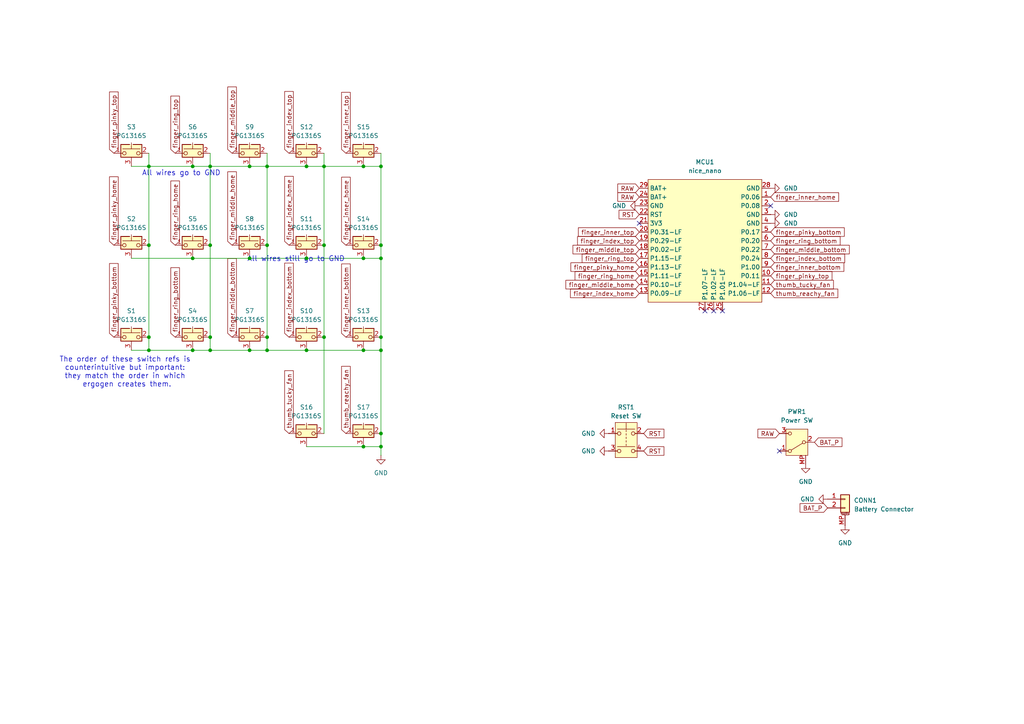
<source format=kicad_sch>
(kicad_sch (version 20250114) (generator "eeschema") (generator_version "9.0")
  (paper "A4")
  (lib_symbols
    (symbol "Connector_Generic_MountingPin:Conn_01x02_MountingPin" (pin_names (offset 1.016) (hide yes))
      (property "Reference" "J" (at 0 2.54 0))
      (property "Value" "Conn_01x02_MountingPin" (at 1.27 -5.08 0))
      (symbol "Conn_01x02_MountingPin_1_1"
        (rectangle (start -1.27 1.27) (end 1.27 -3.81) (stroke (width 0.254)) (fill (type background)))
        (rectangle (start -1.27 0.127) (end 0 -0.127) (stroke (width 0.1524)))
        (rectangle (start -1.27 -2.413) (end 0 -2.667) (stroke (width 0.1524)))
        (polyline (pts (xy -1.016 -4.572) (xy 1.016 -4.572)) (stroke (width 0.1524)))
        (text "Mounting" (at 0 -4.191 0) (effects (font (size 0.381 0.381))))
        (pin passive line (at -5.08 0 0) (length 3.81) (name "Pin_1") (number "1"))
        (pin passive line (at -5.08 -2.54 0) (length 3.81) (name "Pin_2") (number "2"))
        (pin passive line (at 0 -7.62 90) (length 3.048) (name "MountPin") (number "MP"))
      )
    )
    (symbol "Switch:SW_Push_Dual" (pin_names (offset 1.016) (hide yes))
      (property "Reference" "SW" (at 0 7.62 0))
      (property "Value" "SW_Push_Dual" (at 0 -6.35 0))
      (symbol "SW_Push_Dual_0_1"
        (circle (center -2.032 2.54) (radius 0.508))
        (circle (center -2.032 -2.54) (radius 0.508))
        (polyline (pts (xy 0 3.81) (xy 0 5.588)))
        (polyline (pts (xy 0 3.048) (xy 0 3.556)))
        (polyline (pts (xy 0 2.032) (xy 0 2.54)))
        (polyline (pts (xy 0 1.016) (xy 0 1.524)))
        (polyline (pts (xy 0 0.508) (xy 0 0)))
        (polyline (pts (xy 0 -0.508) (xy 0 -1.016)))
        (circle (center 2.032 2.54) (radius 0.508))
        (circle (center 2.032 -2.54) (radius 0.508))
        (polyline (pts (xy 2.54 3.81) (xy -2.54 3.81)))
        (polyline (pts (xy 2.54 -1.27) (xy -2.54 -1.27)))
        (pin passive line (at -5.08 2.54 0) (length 2.54) (name "1") (number "1"))
        (pin passive line (at -5.08 -2.54 0) (length 2.54) (name "3") (number "3"))
        (pin passive line (at 5.08 2.54 180) (length 2.54) (name "2") (number "2"))
        (pin passive line (at 5.08 -2.54 180) (length 2.54) (name "4") (number "4"))
      )
      (symbol "SW_Push_Dual_1_1"
        (rectangle (start -3.175 5.715) (end 3.175 -4.445) (fill (type background)))
      )
    )
    (symbol "Switch:SW_SPDT" (pin_names (offset 0) (hide yes))
      (property "Reference" "PWR1" (at 0 -8.89 0))
      (property "Value" "Power SW" (at 0 -6.35 0))
      (symbol "SW_SPDT_0_1"
        (circle (center -2.032 0) (radius 0.4572))
        (polyline (pts (xy -1.651 0.254) (xy 1.651 2.286)))
        (circle (center 2.032 2.54) (radius 0.4572))
        (circle (center 2.032 -2.54) (radius 0.4572))
      )
      (symbol "SW_SPDT_1_1"
        (rectangle (start -3.175 3.81) (end 3.175 -3.81) (fill (type background)))
        (pin passive line (at -5.08 0 0) (length 2.54) (name "B") (number "2"))
        (pin passive line (at -2.54 6.35 270) (length 2.54) (name "MP") (number "MP"))
        (pin passive line (at 5.08 2.54 180) (length 2.54) (name "A") (number "1"))
        (pin passive line (at 5.08 -2.54 180) (length 2.54) (name "C") (number "3"))
      )
    )
    (symbol "huntercooh:PG1316S" (pin_names (offset 1.016) (hide yes))
      (property "Reference" "S1" (at 0 7.62 0))
      (property "Value" "PG1316S" (at 0 5.08 0))
      (symbol "PG1316S_0_1"
        (circle (center -2.032 0) (radius 0.508))
        (polyline (pts (xy 0 1.27) (xy 0 3.048)))
        (polyline (pts (xy 0.508 2.54) (xy 3.048 2.54) (xy 3.048 -1.143) (xy -3.048 -1.143) (xy -3.048 2.54) (xy -0.508 2.54)) (stroke (width -0.0254)))
        (polyline (pts (xy 0.508 2.54) (xy 3.048 2.54) (xy 3.048 -1.143) (xy -3.048 -1.143) (xy -3.048 2.54) (xy -0.508 2.54)) (stroke (width 0.254)))
        (circle (center 2.032 0) (radius 0.508))
        (polyline (pts (xy 2.54 1.27) (xy -2.54 1.27)))
        (pin passive line (at -5.08 0 0) (length 2.54) (name "1") (number "1"))
        (pin passive line (at 5.08 0 180) (length 2.54) (name "2") (number "2"))
      )
      (symbol "PG1316S_1_1"
        (rectangle (start -3.048 2.54) (end 3.048 -1.27) (stroke (width -0.0254)) (fill (type background)))
        (pin passive line (at 0 -3.81 90) (length 2.54) (name "B") (number "3"))
      )
    )
    (symbol "huntercooh:nice_nano_raw21" (in_bom no)
      (property "Reference" "U" (at 0 22.86 0))
      (property "Value" "nice_nano_raw21" (at 0 20.32 0))
      (symbol "nice_nano_raw21_0_0"
        (pin bidirectional line (at -19.05 13.97 0) (length 2.54) (name "P0.06") (number "1"))
        (pin bidirectional line (at -19.05 11.43 0) (length 2.54) (name "P0.08") (number "2"))
        (pin power_out line (at -19.05 8.89 0) (length 2.54) (name "GND") (number "3"))
        (pin power_out line (at -19.05 6.35 0) (length 2.54) (name "GND") (number "4"))
        (pin bidirectional line (at -19.05 3.81 0) (length 2.54) (name "P0.17") (number "5"))
        (pin bidirectional line (at -19.05 1.27 0) (length 2.54) (name "P0.20") (number "6"))
        (pin bidirectional line (at -19.05 -1.27 0) (length 2.54) (name "P0.22") (number "7"))
        (pin bidirectional line (at -19.05 -3.81 0) (length 2.54) (name "P0.24") (number "8"))
        (pin bidirectional line (at -19.05 -6.35 0) (length 2.54) (name "P1.00") (number "9"))
        (pin bidirectional line (at -19.05 -8.89 0) (length 2.54) (name "P0.11") (number "10"))
        (pin bidirectional line (at -19.05 -11.43 0) (length 2.54) (name "P1.04-LF") (number "11"))
        (pin bidirectional line (at -19.05 -13.97 0) (length 2.54) (name "P1.06-LF") (number "12"))
      )
      (symbol "nice_nano_raw21_1_0"
        (pin power_out line (at -19.05 16.51 0) (length 2.54) (name "GND") (number "28"))
        (pin bidirectional line (at -5.08 -19.05 90) (length 2.54) (name "P1.01-LF") (number "25"))
        (pin bidirectional line (at -2.54 -19.05 90) (length 2.54) (name "P1.02-LF") (number "26"))
        (pin bidirectional line (at 0 -19.05 90) (length 2.54) (name "P1.07-LF") (number "27"))
        (pin power_out line (at 19.05 16.51 180) (length 2.54) (name "BAT+") (number "29"))
        (pin power_out line (at 19.05 13.97 180) (length 2.54) (name "BAT+") (number "24"))
        (pin power_out line (at 19.05 11.43 180) (length 2.54) (name "GND") (number "23"))
        (pin bidirectional line (at 19.05 8.89 180) (length 2.54) (name "RST") (number "22"))
        (pin power_out line (at 19.05 6.35 180) (length 2.54) (name "3V3") (number "21"))
        (pin bidirectional line (at 19.05 3.81 180) (length 2.54) (name "P0.31-LF") (number "20"))
        (pin bidirectional line (at 19.05 1.27 180) (length 2.54) (name "P0.29-LF") (number "19"))
        (pin bidirectional line (at 19.05 -1.27 180) (length 2.54) (name "P0.02-LF") (number "18"))
        (pin bidirectional line (at 19.05 -3.81 180) (length 2.54) (name "P1.15-LF") (number "17"))
        (pin bidirectional line (at 19.05 -6.35 180) (length 2.54) (name "P1.13-LF") (number "16"))
        (pin bidirectional line (at 19.05 -8.89 180) (length 2.54) (name "P1.11-LF") (number "15"))
        (pin bidirectional line (at 19.05 -11.43 180) (length 2.54) (name "P0.10-LF") (number "14"))
        (pin bidirectional line (at 19.05 -13.97 180) (length 2.54) (name "P0.09-LF") (number "13"))
      )
      (symbol "nice_nano_raw21_1_1"
        (rectangle (start -16.51 19.05) (end 16.51 -16.51) (fill (type background)))
      )
    )
    (symbol "power:GND" (power) (pin_numbers (hide yes)) (pin_names (offset 0) (hide yes))
      (property "Value" "GND" (at 0 -3.81 0))
      (symbol "GND_0_1"
        (polyline (pts (xy 0 0) (xy 0 -1.27) (xy 1.27 -1.27) (xy 0 -2.54) (xy -1.27 -1.27) (xy 0 -1.27)))
      )
      (symbol "GND_1_1"
        (pin power_in line (at 0 0 270) (length 0) (name "~") (number "1"))
      )
    )
  )
  (text "The order of these switch refs is \ncounterintuitive but important: \nthey match the order in which \nergogen creates them." (at 36.83 107.95 0) (effects (font (size 1.5 1.5))))
  (text "All wires go to GND" (at 52.578 50.292 0) (effects (font (size 1.5 1.5))))
  (text "All wires still go to GND" (at 85.852 75.184 0) (effects (font (size 1.5 1.5))))
  (junction (at 110.49 125.73))
  (junction (at 88.9 101.6))
  (junction (at 110.49 97.79))
  (junction (at 110.49 74.93))
  (junction (at 88.9 48.26))
  (junction (at 110.49 101.6))
  (junction (at 60.96 48.26))
  (junction (at 55.88 74.93))
  (junction (at 77.47 48.26))
  (junction (at 60.96 71.12))
  (junction (at 72.39 101.6))
  (junction (at 43.18 48.26))
  (junction (at 110.49 71.12))
  (junction (at 110.49 48.26))
  (junction (at 77.47 71.12))
  (junction (at 88.9 74.93))
  (junction (at 72.39 74.93))
  (junction (at 60.96 97.79))
  (junction (at 105.41 74.93))
  (junction (at 110.49 129.54))
  (junction (at 72.39 48.26))
  (junction (at 77.47 101.6))
  (junction (at 43.18 71.12))
  (junction (at 105.41 129.54))
  (junction (at 55.88 101.6))
  (junction (at 93.98 71.12))
  (junction (at 55.88 48.26))
  (junction (at 93.98 97.79))
  (junction (at 93.98 48.26))
  (junction (at 43.18 101.6))
  (junction (at 77.47 97.79))
  (junction (at 43.18 97.79))
  (junction (at 105.41 101.6))
  (junction (at 105.41 48.26))
  (junction (at 60.96 101.6))
  (no_connect (at 207.01 90.17))
  (no_connect (at 185.42 64.77))
  (no_connect (at 226.06 130.81))
  (no_connect (at 223.52 59.69))
  (no_connect (at 209.55 90.17))
  (no_connect (at 204.47 90.17))
  (wire (pts (xy 105.41 129.54) (xy 110.49 129.54)))
  (wire (pts (xy 60.96 71.12) (xy 60.96 97.79)))
  (wire (pts (xy 38.1 48.26) (xy 43.18 48.26)))
  (wire (pts (xy 38.1 74.93) (xy 55.88 74.93)))
  (wire (pts (xy 77.47 48.26) (xy 77.47 71.12)))
  (wire (pts (xy 110.49 48.26) (xy 110.49 71.12)))
  (wire (pts (xy 72.39 74.93) (xy 88.9 74.93)))
  (wire (pts (xy 77.47 48.26) (xy 77.47 44.45)))
  (wire (pts (xy 43.18 48.26) (xy 55.88 48.26)))
  (wire (pts (xy 43.18 97.79) (xy 43.18 101.6)))
  (wire (pts (xy 38.1 101.6) (xy 43.18 101.6)))
  (wire (pts (xy 88.9 101.6) (xy 105.41 101.6)))
  (wire (pts (xy 105.41 48.26) (xy 110.49 48.26)))
  (wire (pts (xy 60.96 48.26) (xy 60.96 44.45)))
  (wire (pts (xy 43.18 71.12) (xy 43.18 97.79)))
  (wire (pts (xy 88.9 129.54) (xy 105.41 129.54)))
  (wire (pts (xy 105.41 101.6) (xy 110.49 101.6)))
  (wire (pts (xy 110.49 132.08) (xy 110.49 129.54)))
  (wire (pts (xy 60.96 101.6) (xy 72.39 101.6)))
  (wire (pts (xy 93.98 48.26) (xy 93.98 71.12)))
  (wire (pts (xy 77.47 101.6) (xy 88.9 101.6)))
  (wire (pts (xy 60.96 48.26) (xy 72.39 48.26)))
  (wire (pts (xy 110.49 74.93) (xy 110.49 97.79)))
  (wire (pts (xy 55.88 48.26) (xy 60.96 48.26)))
  (wire (pts (xy 110.49 101.6) (xy 110.49 125.73)))
  (wire (pts (xy 60.96 97.79) (xy 60.96 101.6)))
  (wire (pts (xy 88.9 74.93) (xy 105.41 74.93)))
  (wire (pts (xy 110.49 71.12) (xy 110.49 74.93)))
  (wire (pts (xy 55.88 101.6) (xy 60.96 101.6)))
  (wire (pts (xy 72.39 101.6) (xy 77.47 101.6)))
  (wire (pts (xy 105.41 74.93) (xy 110.49 74.93)))
  (wire (pts (xy 77.47 48.26) (xy 88.9 48.26)))
  (wire (pts (xy 77.47 71.12) (xy 77.47 97.79)))
  (wire (pts (xy 93.98 71.12) (xy 93.98 97.79)))
  (wire (pts (xy 43.18 48.26) (xy 43.18 44.45)))
  (wire (pts (xy 110.49 44.45) (xy 110.49 48.26)))
  (wire (pts (xy 88.9 48.26) (xy 93.98 48.26)))
  (wire (pts (xy 43.18 101.6) (xy 55.88 101.6)))
  (wire (pts (xy 93.98 48.26) (xy 105.41 48.26)))
  (wire (pts (xy 60.96 48.26) (xy 60.96 71.12)))
  (wire (pts (xy 110.49 97.79) (xy 110.49 101.6)))
  (wire (pts (xy 72.39 48.26) (xy 77.47 48.26)))
  (wire (pts (xy 110.49 129.54) (xy 110.49 125.73)))
  (wire (pts (xy 93.98 48.26) (xy 93.98 44.45)))
  (wire (pts (xy 77.47 97.79) (xy 77.47 101.6)))
  (wire (pts (xy 55.88 74.93) (xy 72.39 74.93)))
  (wire (pts (xy 93.98 97.79) (xy 93.98 125.73)))
  (wire (pts (xy 43.18 48.26) (xy 43.18 71.12)))
  (global_label "finger_middle_home" (shape input) (at 67.31 71.12 90) (property "Intersheetrefs" "${INTERSHEET_REFS}" (effects (hide yes))))
  (global_label "finger_index_top" (shape input) (at 83.82 44.45 90) (property "Intersheetrefs" "${INTERSHEET_REFS}" (effects (hide yes))))
  (global_label "RST" (shape input) (at 186.69 125.73 0) (property "Intersheetrefs" "${INTERSHEET_REFS}" (effects (hide yes))))
  (global_label "finger_middle_home" (shape input) (at 185.42 82.55 180) (property "Intersheetrefs" "${INTERSHEET_REFS}" (effects (hide yes))))
  (global_label "thumb_tucky_fan" (shape input) (at 83.82 125.73 90) (property "Intersheetrefs" "${INTERSHEET_REFS}" (effects (hide yes))))
  (global_label "RAW" (shape input) (at 185.42 57.15 180) (property "Intersheetrefs" "${INTERSHEET_REFS}" (effects (hide yes))))
  (global_label "BAT_P" (shape input) (at 236.22 128.27 0) (property "Intersheetrefs" "${INTERSHEET_REFS}" (effects (hide yes))))
  (global_label "finger_inner_home" (shape input) (at 100.33 71.12 90) (property "Intersheetrefs" "${INTERSHEET_REFS}" (effects (hide yes))))
  (global_label "finger_inner_home" (shape input) (at 223.52 57.15 0) (property "Intersheetrefs" "${INTERSHEET_REFS}" (effects (hide yes))))
  (global_label "finger_pinky_home" (shape input) (at 33.02 71.12 90) (property "Intersheetrefs" "${INTERSHEET_REFS}" (effects (hide yes))))
  (global_label "thumb_reachy_fan" (shape input) (at 100.33 125.73 90) (property "Intersheetrefs" "${INTERSHEET_REFS}" (effects (hide yes))))
  (global_label "finger_inner_top" (shape input) (at 100.33 44.45 90) (property "Intersheetrefs" "${INTERSHEET_REFS}" (effects (hide yes))))
  (global_label "RAW" (shape input) (at 185.42 54.61 180) (property "Intersheetrefs" "${INTERSHEET_REFS}" (effects (hide yes))))
  (global_label "RST" (shape input) (at 185.42 62.23 180) (property "Intersheetrefs" "${INTERSHEET_REFS}" (effects (hide yes))))
  (global_label "finger_ring_home" (shape input) (at 50.8 71.12 90) (property "Intersheetrefs" "${INTERSHEET_REFS}" (effects (hide yes))))
  (global_label "finger_index_bottom" (shape input) (at 83.82 97.79 90) (property "Intersheetrefs" "${INTERSHEET_REFS}" (effects (hide yes))))
  (global_label "finger_index_bottom" (shape input) (at 223.52 74.93 0) (property "Intersheetrefs" "${INTERSHEET_REFS}" (effects (hide yes))))
  (global_label "finger_pinky_bottom" (shape input) (at 33.02 97.79 90) (property "Intersheetrefs" "${INTERSHEET_REFS}" (effects (hide yes))))
  (global_label "finger_pinky_top" (shape input) (at 33.02 44.45 90) (property "Intersheetrefs" "${INTERSHEET_REFS}" (effects (hide yes))))
  (global_label "thumb_tucky_fan" (shape input) (at 223.52 82.55 0) (property "Intersheetrefs" "${INTERSHEET_REFS}" (effects (hide yes))))
  (global_label "finger_ring_bottom" (shape input) (at 223.52 69.85 0) (property "Intersheetrefs" "${INTERSHEET_REFS}" (effects (hide yes))))
  (global_label "finger_pinky_top" (shape input) (at 223.52 80.01 0) (property "Intersheetrefs" "${INTERSHEET_REFS}" (effects (hide yes))))
  (global_label "finger_middle_bottom" (shape input) (at 67.31 97.79 90) (property "Intersheetrefs" "${INTERSHEET_REFS}" (effects (hide yes))))
  (global_label "finger_pinky_home" (shape input) (at 185.42 77.47 180) (property "Intersheetrefs" "${INTERSHEET_REFS}" (effects (hide yes))))
  (global_label "finger_ring_top" (shape input) (at 50.8 44.45 90) (property "Intersheetrefs" "${INTERSHEET_REFS}" (effects (hide yes))))
  (global_label "finger_ring_bottom" (shape input) (at 50.8 97.79 90) (property "Intersheetrefs" "${INTERSHEET_REFS}" (effects (hide yes))))
  (global_label "RST" (shape input) (at 186.69 130.81 0) (property "Intersheetrefs" "${INTERSHEET_REFS}" (effects (hide yes))))
  (global_label "finger_inner_bottom" (shape input) (at 100.33 97.79 90) (property "Intersheetrefs" "${INTERSHEET_REFS}" (effects (hide yes))))
  (global_label "finger_ring_home" (shape input) (at 185.42 80.01 180) (property "Intersheetrefs" "${INTERSHEET_REFS}" (effects (hide yes))))
  (global_label "finger_pinky_bottom" (shape input) (at 223.52 67.31 0) (property "Intersheetrefs" "${INTERSHEET_REFS}" (effects (hide yes))))
  (global_label "finger_middle_top" (shape input) (at 67.31 44.45 90) (property "Intersheetrefs" "${INTERSHEET_REFS}" (effects (hide yes))))
  (global_label "finger_index_home" (shape input) (at 83.82 71.12 90) (property "Intersheetrefs" "${INTERSHEET_REFS}" (effects (hide yes))))
  (global_label "RAW" (shape input) (at 226.06 125.73 180) (property "Intersheetrefs" "${INTERSHEET_REFS}" (effects (hide yes))))
  (global_label "BAT_P" (shape input) (at 240.03 147.32 180) (property "Intersheetrefs" "${INTERSHEET_REFS}" (effects (hide yes))))
  (global_label "finger_middle_bottom" (shape input) (at 223.52 72.39 0) (property "Intersheetrefs" "${INTERSHEET_REFS}" (effects (hide yes))))
  (global_label "thumb_reachy_fan" (shape input) (at 223.52 85.09 0) (property "Intersheetrefs" "${INTERSHEET_REFS}" (effects (hide yes))))
  (global_label "finger_ring_top" (shape input) (at 185.42 74.93 180) (property "Intersheetrefs" "${INTERSHEET_REFS}" (effects (hide yes))))
  (global_label "finger_inner_bottom" (shape input) (at 223.52 77.47 0) (property "Intersheetrefs" "${INTERSHEET_REFS}" (effects (hide yes))))
  (global_label "finger_index_home" (shape input) (at 185.42 85.09 180) (property "Intersheetrefs" "${INTERSHEET_REFS}" (effects (hide yes))))
  (global_label "finger_index_top" (shape input) (at 185.42 69.85 180) (property "Intersheetrefs" "${INTERSHEET_REFS}" (effects (hide yes))))
  (global_label "finger_middle_top" (shape input) (at 185.42 72.39 180) (property "Intersheetrefs" "${INTERSHEET_REFS}" (effects (hide yes))))
  (global_label "finger_inner_top" (shape input) (at 185.42 67.31 180) (property "Intersheetrefs" "${INTERSHEET_REFS}" (effects (hide yes))))
  (symbol (lib_id "Connector_Generic_MountingPin:Conn_01x02_MountingPin") (at 245.11 144.78 0) (unit 1)
    (property "Reference" "CONN1" (at 247.65 145.1355 0) (effects (justify left)))
    (property "Value" "Battery Connector" (at 247.65 147.6755 0) (effects (justify left)))
    (property "Footprint" "Molex_Pico_EZMate_Plus_1x02" (effects (hide yes)))
    (property "Description" "Generic connectable mounting pin connector, single row, 01x02, script generated (kicad-library-utils/schlib/autogen/connector/)" (effects (hide yes)))
  )
  (symbol (lib_id "huntercooh:PG1316S") (at 55.88 71.12 0) (unit 1)
    (property "Reference" "S5" (at 55.88 63.5 0))
    (property "Value" "PG1316S" (at 55.88 66.04 0))
    (property "Footprint" "PG1316S" (effects (hide yes)))
    (property "Description" "Kailh PG1316S ultra-low-profile keyswitch" (effects (hide yes)))
  )
  (symbol (lib_id "power:GND") (at 245.11 152.4 0) (mirror y) (unit 1)
    (property "Reference" "#PWR08" (effects (hide yes)))
    (property "Value" "GND" (at 245.11 157.48 0))
    (property "Description" "Power symbol creates a global label with name \"GND\" , ground" (effects (hide yes)))
  )
  (symbol (lib_id "power:GND") (at 176.53 130.81 270) (unit 1)
    (property "Reference" "#PWR06" (effects (hide yes)))
    (property "Value" "GND" (at 172.72 130.8099 90) (effects (justify right)))
    (property "Description" "Power symbol creates a global label with name \"GND\" , ground" (effects (hide yes)))
  )
  (symbol (lib_id "power:GND") (at 223.52 54.61 90) (mirror x) (unit 1)
    (property "Reference" "#PWR09" (effects (hide yes)))
    (property "Value" "GND" (at 227.33 54.6099 90) (effects (justify right)))
    (property "Description" "Power symbol creates a global label with name \"GND\" , ground" (effects (hide yes)))
  )
  (symbol (lib_id "power:GND") (at 176.53 125.73 270) (unit 1)
    (property "Reference" "#PWR05" (effects (hide yes)))
    (property "Value" "GND" (at 172.72 125.7299 90) (effects (justify right)))
    (property "Description" "Power symbol creates a global label with name \"GND\" , ground" (effects (hide yes)))
  )
  (symbol (lib_id "power:GND") (at 185.42 59.69 270) (mirror x) (unit 1)
    (property "Reference" "#PWR02" (effects (hide yes)))
    (property "Value" "GND" (at 181.61 59.6899 90) (effects (justify right)))
    (property "Description" "Power symbol creates a global label with name \"GND\" , ground" (effects (hide yes)))
  )
  (symbol (lib_id "power:GND") (at 110.49 132.08 0) (unit 1)
    (property "Reference" "#PWR01" (effects (hide yes)))
    (property "Value" "GND" (at 110.49 137.16 0))
    (property "Description" "Power symbol creates a global label with name \"GND\" , ground" (effects (hide yes)))
  )
  (symbol (lib_id "huntercooh:PG1316S") (at 38.1 97.79 0) (unit 1)
    (property "Reference" "S1" (at 38.1 90.17 0))
    (property "Value" "PG1316S" (at 38.1 92.71 0))
    (property "Footprint" "PG1316S" (effects (hide yes)))
    (property "Description" "Kailh PG1316S ultra-low-profile keyswitch" (effects (hide yes)))
  )
  (symbol (lib_id "power:GND") (at 240.03 144.78 270) (unit 1)
    (property "Reference" "#PWR07" (effects (hide yes)))
    (property "Value" "GND" (at 236.22 144.7799 90) (effects (justify right)))
    (property "Description" "Power symbol creates a global label with name \"GND\" , ground" (effects (hide yes)))
  )
  (symbol (lib_id "power:GND") (at 223.52 62.23 90) (mirror x) (unit 1)
    (property "Reference" "#PWR03" (effects (hide yes)))
    (property "Value" "GND" (at 227.33 62.2299 90) (effects (justify right)))
    (property "Description" "Power symbol creates a global label with name \"GND\" , ground" (effects (hide yes)))
  )
  (symbol (lib_id "Switch:SW_Push_Dual") (at 181.61 128.27 0) (unit 1)
    (property "Reference" "RST1" (at 181.61 118.11 0))
    (property "Value" "Reset SW" (at 181.61 120.65 0))
    (property "Footprint" "ceoloide:reset_switch_smd_side" (effects (hide yes)))
    (property "Description" "Push button switch, generic, symbol, four pins" (effects (hide yes)))
  )
  (symbol (lib_id "huntercooh:PG1316S") (at 72.39 97.79 0) (unit 1)
    (property "Reference" "S7" (at 72.39 90.17 0))
    (property "Value" "PG1316S" (at 72.39 92.71 0))
    (property "Footprint" "PG1316S" (effects (hide yes)))
    (property "Description" "Kailh PG1316S ultra-low-profile keyswitch" (effects (hide yes)))
  )
  (symbol (lib_id "huntercooh:nice_nano_raw21") (at 204.47 71.12 0) (mirror y) (unit 1) (in_bom no)
    (property "Reference" "MCU1" (at 204.47 46.99 0))
    (property "Value" "nice_nano" (at 204.47 49.53 0))
    (property "Footprint" "ceoloide:mcu_nice_nano" (effects (hide yes)))
    (property "Datasheet" "https://nicekeyboards.com/docs/nice-nano/pinout-schematic" (effects (hide yes)))
    (property "Description" "Symbol for an nicekeyboards nice!nano" (effects (hide yes)))
  )
  (symbol (lib_id "huntercooh:PG1316S") (at 88.9 44.45 0) (unit 1)
    (property "Reference" "S12" (at 88.9 36.83 0))
    (property "Value" "PG1316S" (at 88.9 39.37 0))
    (property "Footprint" "PG1316S" (effects (hide yes)))
    (property "Description" "Kailh PG1316S ultra-low-profile keyswitch" (effects (hide yes)))
  )
  (symbol (lib_id "power:GND") (at 223.52 64.77 90) (mirror x) (unit 1)
    (property "Reference" "#PWR04" (effects (hide yes)))
    (property "Value" "GND" (at 227.33 64.7699 90) (effects (justify right)))
    (property "Description" "Power symbol creates a global label with name \"GND\" , ground" (effects (hide yes)))
  )
  (symbol (lib_id "Switch:SW_SPDT") (at 231.14 128.27 180) (unit 1)
    (property "Reference" "PWR1" (at 231.14 119.38 0))
    (property "Value" "Power SW" (at 231.14 121.92 0))
    (property "Footprint" "ceoloide:power_switch_smd_side" (effects (hide yes)))
    (property "Description" "Switch, single pole double throw" (effects (hide yes)))
  )
  (symbol (lib_id "huntercooh:PG1316S") (at 72.39 71.12 0) (unit 1)
    (property "Reference" "S8" (at 72.39 63.5 0))
    (property "Value" "PG1316S" (at 72.39 66.04 0))
    (property "Footprint" "PG1316S" (effects (hide yes)))
    (property "Description" "Kailh PG1316S ultra-low-profile keyswitch" (effects (hide yes)))
  )
  (symbol (lib_id "huntercooh:PG1316S") (at 38.1 44.45 0) (unit 1)
    (property "Reference" "S3" (at 38.1 36.83 0))
    (property "Value" "PG1316S" (at 38.1 39.37 0))
    (property "Footprint" "PG1316S" (effects (hide yes)))
    (property "Description" "Kailh PG1316S ultra-low-profile keyswitch" (effects (hide yes)))
  )
  (symbol (lib_id "huntercooh:PG1316S") (at 105.41 125.73 0) (unit 1)
    (property "Reference" "S17" (at 105.41 118.11 0))
    (property "Value" "PG1316S" (at 105.41 120.65 0))
    (property "Footprint" "PG1316S" (effects (hide yes)))
    (property "Description" "Kailh PG1316S ultra-low-profile keyswitch" (effects (hide yes)))
  )
  (symbol (lib_id "huntercooh:PG1316S") (at 88.9 125.73 0) (unit 1)
    (property "Reference" "S16" (at 88.9 118.11 0))
    (property "Value" "PG1316S" (at 88.9 120.65 0))
    (property "Footprint" "PG1316S" (effects (hide yes)))
    (property "Description" "Kailh PG1316S ultra-low-profile keyswitch" (effects (hide yes)))
  )
  (symbol (lib_id "huntercooh:PG1316S") (at 55.88 97.79 0) (unit 1)
    (property "Reference" "S4" (at 55.88 90.17 0))
    (property "Value" "PG1316S" (at 55.88 92.71 0))
    (property "Footprint" "PG1316S" (effects (hide yes)))
    (property "Description" "Kailh PG1316S ultra-low-profile keyswitch" (effects (hide yes)))
  )
  (symbol (lib_id "huntercooh:PG1316S") (at 88.9 97.79 0) (unit 1)
    (property "Reference" "S10" (at 88.9 90.17 0))
    (property "Value" "PG1316S" (at 88.9 92.71 0))
    (property "Footprint" "PG1316S" (effects (hide yes)))
    (property "Description" "Kailh PG1316S ultra-low-profile keyswitch" (effects (hide yes)))
  )
  (symbol (lib_id "huntercooh:PG1316S") (at 88.9 71.12 0) (unit 1)
    (property "Reference" "S11" (at 88.9 63.5 0))
    (property "Value" "PG1316S" (at 88.9 66.04 0))
    (property "Footprint" "PG1316S" (effects (hide yes)))
    (property "Description" "Kailh PG1316S ultra-low-profile keyswitch" (effects (hide yes)))
  )
  (symbol (lib_id "huntercooh:PG1316S") (at 38.1 71.12 0) (unit 1)
    (property "Reference" "S2" (at 38.1 63.5 0))
    (property "Value" "PG1316S" (at 38.1 66.04 0))
    (property "Footprint" "PG1316S" (effects (hide yes)))
    (property "Description" "Kailh PG1316S ultra-low-profile keyswitch" (effects (hide yes)))
  )
  (symbol (lib_id "huntercooh:PG1316S") (at 105.41 97.79 0) (unit 1)
    (property "Reference" "S13" (at 105.41 90.17 0))
    (property "Value" "PG1316S" (at 105.41 92.71 0))
    (property "Footprint" "PG1316S" (effects (hide yes)))
    (property "Description" "Kailh PG1316S ultra-low-profile keyswitch" (effects (hide yes)))
  )
  (symbol (lib_id "huntercooh:PG1316S") (at 72.39 44.45 0) (unit 1)
    (property "Reference" "S9" (at 72.39 36.83 0))
    (property "Value" "PG1316S" (at 72.39 39.37 0))
    (property "Footprint" "PG1316S" (effects (hide yes)))
    (property "Description" "Kailh PG1316S ultra-low-profile keyswitch" (effects (hide yes)))
  )
  (symbol (lib_id "huntercooh:PG1316S") (at 55.88 44.45 0) (unit 1)
    (property "Reference" "S6" (at 55.88 36.83 0))
    (property "Value" "PG1316S" (at 55.88 39.37 0))
    (property "Footprint" "PG1316S" (effects (hide yes)))
    (property "Description" "Kailh PG1316S ultra-low-profile keyswitch" (effects (hide yes)))
  )
  (symbol (lib_id "huntercooh:PG1316S") (at 105.41 44.45 0) (unit 1)
    (property "Reference" "S15" (at 105.41 36.83 0))
    (property "Value" "PG1316S" (at 105.41 39.37 0))
    (property "Footprint" "PG1316S" (effects (hide yes)))
    (property "Description" "Kailh PG1316S ultra-low-profile keyswitch" (effects (hide yes)))
  )
  (symbol (lib_id "huntercooh:PG1316S") (at 105.41 71.12 0) (unit 1)
    (property "Reference" "S14" (at 105.41 63.5 0))
    (property "Value" "PG1316S" (at 105.41 66.04 0))
    (property "Footprint" "PG1316S" (effects (hide yes)))
    (property "Description" "Kailh PG1316S ultra-low-profile keyswitch" (effects (hide yes)))
  )
  (symbol (lib_id "power:GND") (at 233.68 134.62 0) (mirror y) (unit 1)
    (property "Reference" "#PWR010" (effects (hide yes)))
    (property "Value" "GND" (at 233.68 139.7 0))
    (property "Description" "Power symbol creates a global label with name \"GND\" , ground" (effects (hide yes)))
  )
)
</source>
